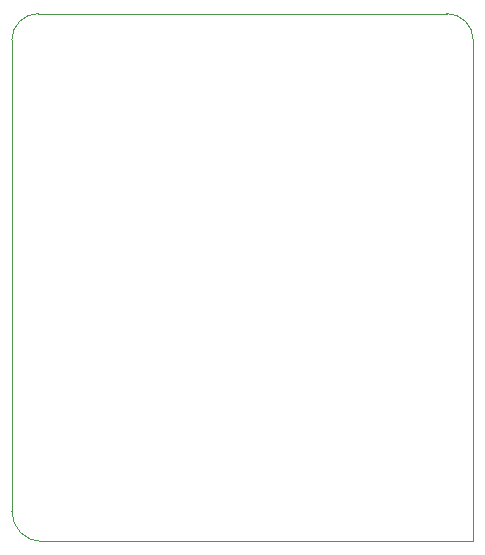
<source format=gbr>
G04 #@! TF.GenerationSoftware,KiCad,Pcbnew,(5.1.4)-1*
G04 #@! TF.CreationDate,2019-12-12T19:48:25+09:00*
G04 #@! TF.ProjectId,microcar_head,6d696372-6f63-4617-925f-686561642e6b,rev?*
G04 #@! TF.SameCoordinates,Original*
G04 #@! TF.FileFunction,Profile,NP*
%FSLAX46Y46*%
G04 Gerber Fmt 4.6, Leading zero omitted, Abs format (unit mm)*
G04 Created by KiCad (PCBNEW (5.1.4)-1) date 2019-12-12 19:48:25*
%MOMM*%
%LPD*%
G04 APERTURE LIST*
%ADD10C,0.050000*%
G04 APERTURE END LIST*
D10*
X34925000Y-65320000D02*
G75*
G02X32385000Y-62780000I0J2540000D01*
G01*
X32385000Y-62230000D02*
X32385000Y-62780000D01*
X32385000Y-22860000D02*
G75*
G02X34620000Y-20625000I2235000J0D01*
G01*
X32385000Y-22860000D02*
X32385000Y-62230000D01*
X69215000Y-20625000D02*
G75*
G02X71450000Y-22860000I0J-2235000D01*
G01*
X71450000Y-22860000D02*
X71450000Y-65320000D01*
X34925000Y-65320000D02*
X71450000Y-65320000D01*
X34620000Y-20625000D02*
X69215000Y-20625000D01*
M02*

</source>
